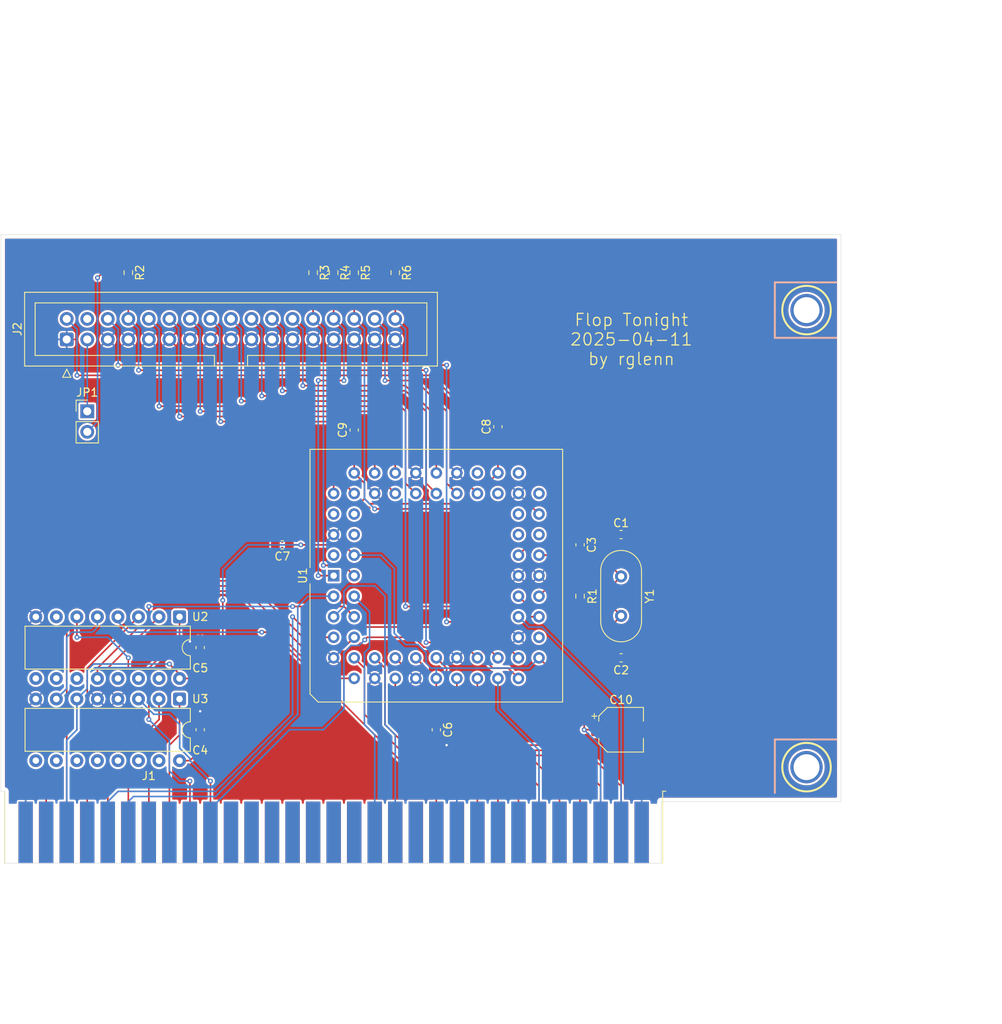
<source format=kicad_pcb>
(kicad_pcb (version 20241229) (generator "pcbnew") (generator_version "9.0")
  (title_block (title "Flop Tonight") (date "2024-08-18") (rev "1") (company "Surreality Labs"))
  (layers (0 "F.Cu" signal) (2 "B.Cu" signal) (13 "F.Paste" user) (15 "B.Paste" user) (5 "F.SilkS" user "F.Silkscreen") (7 "B.SilkS" user "B.Silkscreen") (1 "F.Mask" user) (3 "B.Mask" user) (25 "Edge.Cuts" user))
  (net 0 "")
  (net 1 "Net-(U1-XTAL1{slash}CLK)")
  (net 2 "GND")
  (net 3 "Net-(U1-XTAL2)")
  (net 4 "Net-(U1-HIFIL)")
  (net 5 "Net-(U1-LOFIL)")
  (net 6 "+5V")
  (net 12 "/D0")
  (net 13 "/D3")
  (net 15 "/A2")
  (net 17 "/RESET")
  (net 19 "/A6")
  (net 21 "/D7")
  (net 22 "/A1")
  (net 23 "/A5")
  (net 26 "/~{IOW}")
  (net 27 "/TC")
  (net 29 "/~{IOR}")
  (net 30 "/IRQ6")
  (net 31 "/A3")
  (net 32 "/D2")
  (net 33 "/A9")
  (net 36 "/D4")
  (net 38 "/D1")
  (net 40 "/A8")
  (net 41 "/D6")
  (net 46 "/A7")
  (net 47 "/A4")
  (net 48 "/~{DACK2}")
  (net 59 "/A0")
  (net 60 "/D5")
  (net 61 "/DRQ2")
  (net 63 "/AEN")
  (net 64 "Net-(J2-Pin_22)")
  (net 66 "Net-(J2-Pin_28)")
  (net 67 "Net-(J2-Pin_30)")
  (net 68 "Net-(J2-Pin_6)")
  (net 69 "Net-(J2-Pin_8)")
  (net 70 "Net-(J2-Pin_18)")
  (net 71 "Net-(J2-Pin_3)")
  (net 72 "Net-(J2-Pin_16)")
  (net 73 "Net-(J2-Pin_2)")
  (net 74 "Net-(J2-Pin_32)")
  (net 75 "Net-(J2-Pin_24)")
  (net 76 "Net-(J2-Pin_26)")
  (net 77 "Net-(J2-Pin_14)")
  (net 78 "Net-(J2-Pin_12)")
  (net 79 "Net-(J2-Pin_20)")
  (net 80 "Net-(J2-Pin_34)")
  (net 81 "Net-(J2-Pin_10)")
  (net 88 "/~{FLOPPY_CS}")
  (net 98 "Net-(U2-E2)")
  (footprint "Capacitor_SMD:C_0603_1608Metric_Pad1.08x0.95mm_HandSolder" (layer "F.Cu") (at 144.78 91.44 -90)
    (property "Reference" "C3")
    (property "Value" "4.7n")
  )
  (footprint "Capacitor_SMD:C_0603_1608Metric_Pad1.08x0.95mm_HandSolder" (layer "F.Cu") (at 149.86 105.41)
    (property "Reference" "C2")
    (property "Value" "22p")
  )
  (footprint "Connector_IDC:IDC-Header_2x17_P2.54mm_Vertical" (layer "F.Cu") (at 81.28 66.04 90)
    (property "Reference" "J2")
    (property "Value" "Conn_02x17_Odd_Even")
  )
  (footprint "Resistor_SMD:R_0603_1608Metric_Pad0.98x0.95mm_HandSolder" (layer "F.Cu") (at 116.84 57.785 -90)
    (property "Reference" "R5")
    (property "Value" "1K")
  )
  (footprint "pc-parts:BUS_AT_8BIT" (layer "F.Cu") (at 152.4 127)
    (property "Reference" "J1")
    (property "Value" "Bus_ISA_8bit")
  )
  (footprint "Resistor_SMD:R_0603_1608Metric_Pad0.98x0.95mm_HandSolder" (layer "F.Cu") (at 111.76 57.785 -90)
    (property "Reference" "R3")
    (property "Value" "1K")
  )
  (footprint "Capacitor_SMD:C_0603_1608Metric_Pad1.08x0.95mm_HandSolder" (layer "F.Cu") (at 97.79 104.14 90)
    (property "Reference" "C5")
    (property "Value" "100n")
  )
  (footprint "Resistor_SMD:R_0603_1608Metric_Pad0.98x0.95mm_HandSolder" (layer "F.Cu") (at 114.3 57.785 -90)
    (property "Reference" "R4")
    (property "Value" "1K")
  )
  (footprint "Capacitor_SMD:C_0603_1608Metric_Pad1.08x0.95mm_HandSolder" (layer "F.Cu") (at 97.79 114.3 90)
    (property "Reference" "C4")
    (property "Value" "100n")
  )
  (footprint "pc-parts:PC_BRACKET_ISA_KEYSTONE_9202_Rev1" (layer "F.Cu") (at 152.4 130.81)
    (property "Reference" "BRACKET1" (hide yes))
    (property "Value" "~" (hide yes))
  )
  (footprint "Capacitor_SMD:C_0603_1608Metric_Pad1.08x0.95mm_HandSolder" (layer "F.Cu") (at 127 114.3 -90)
    (property "Reference" "C6")
    (property "Value" "100n")
  )
  (footprint "Resistor_SMD:R_0603_1608Metric_Pad0.98x0.95mm_HandSolder" (layer "F.Cu") (at 121.92 57.785 -90)
    (property "Reference" "R6")
    (property "Value" "1K")
  )
  (footprint "Capacitor_SMD:C_0603_1608Metric_Pad1.08x0.95mm_HandSolder" (layer "F.Cu") (at 149.86 90.17)
    (property "Reference" "C1")
    (property "Value" "22p")
  )
  (footprint "Capacitor_SMD:C_0603_1608Metric_Pad1.08x0.95mm_HandSolder" (layer "F.Cu") (at 134.62 76.835 90)
    (property "Reference" "C8")
    (property "Value" "100n")
  )
  (footprint "Resistor_SMD:R_0603_1608Metric_Pad0.98x0.95mm_HandSolder" (layer "F.Cu") (at 88.9 57.785 -90)
    (property "Reference" "R2")
    (property "Value" "1K")
  )
  (footprint "Crystal:Crystal_HC49-U_Vertical" (layer "F.Cu") (at 149.86 95.34 -90)
    (property "Reference" "Y1")
    (property "Value" "24 MHz")
  )
  (footprint "Resistor_SMD:R_0603_1608Metric_Pad0.98x0.95mm_HandSolder" (layer "F.Cu") (at 144.78 97.79 90)
    (property "Reference" "R1")
    (property "Value" "1M")
  )
  (footprint "Package_DIP:DIP-16_W7.62mm" (layer "F.Cu") (at 95.235 100.34 -90)
    (property "Reference" "U2")
    (property "Value" "74ALS138")
  )
  (footprint "Connector_PinHeader_2.54mm:PinHeader_1x02_P2.54mm_Vertical" (layer "F.Cu") (at 83.82 74.925)
    (property "Reference" "JP1")
    (property "Value" "Jumper_2_Open")
  )
  (footprint "Package_DIP:DIP-16_W7.62mm" (layer "F.Cu") (at 95.235 110.5 -90)
    (property "Reference" "U3")
    (property "Value" "74ALS138")
  )
  (footprint "Capacitor_SMD:C_0603_1608Metric_Pad1.08x0.95mm_HandSolder" (layer "F.Cu") (at 107.95 91.44 180)
    (property "Reference" "C7")
    (property "Value" "100n")
  )
  (footprint "Capacitor_SMD:CP_Elec_5x5.3" (layer "F.Cu") (at 149.86 114.3)
    (property "Reference" "C10")
    (property "Value" "22u")
  )
  (footprint "Capacitor_SMD:C_0603_1608Metric_Pad1.08x0.95mm_HandSolder" (layer "F.Cu") (at 116.84 77.2425 90)
    (property "Reference" "C9")
    (property "Value" "100n")
  )
  (footprint "Package_LCC:PLCC-68_THT-Socket" (layer "F.Cu") (at 114.3 95.25 90)
    (property "Reference" "U1")
    (property "Value" "PC8477BV")
  )
  (gr_line (start 73.6092 121.92) (end 73.152 121.92) (stroke (width 0.05)) (layer "Edge.Cuts"))
  (gr_line (start 152.4 130.81) (end 154.813 130.81) (stroke (width 0.05)) (layer "Edge.Cuts"))
  (gr_line (start 73.6092 130.81) (end 73.6092 121.92) (stroke (width 0.05)) (layer "Edge.Cuts"))
  (gr_line (start 152.4 130.81) (end 73.6092 130.81) (stroke (width 0.05)) (layer "Edge.Cuts"))
  (gr_line (start 73.152 53.086) (end 73.152 121.92) (stroke (width 0.05)) (layer "Edge.Cuts"))
  (gr_line (start 177.054 123.19) (end 177.054 53.086) (stroke (width 0.05)) (layer "Edge.Cuts"))
  (gr_line (start 154.813 130.81) (end 154.813 123.19) (stroke (width 0.05)) (layer "Edge.Cuts"))
  (gr_line (start 154.813 123.19) (end 177.054 123.19) (stroke (width 0.05)) (layer "Edge.Cuts"))
  (gr_line (start 177.054 53.086) (end 73.152 53.086) (stroke (width 0.05)) (layer "Edge.Cuts"))
  (gr_text "Flop Tonight\n2025-04-11\nby rglenn" (at 151.13 66.04 0) (layer "F.SilkS") (effects (font (size 1.5 1.5))))
  (segment (start 148.9975 94.4775) (end 149.86 95.34) (width 0.2) (layer "F.Cu") (net 1))
  (segment (start 148.3225 96.8775) (end 149.86 95.34) (width 0.2) (layer "F.Cu") (net 1))
  (segment (start 144.78 96.8775) (end 148.3225 96.8775) (width 0.2) (layer "F.Cu") (net 1))
  (segment (start 148.9975 90.17) (end 148.9975 94.4775) (width 0.2) (layer "F.Cu") (net 1))
  (segment (start 139.7 97.79) (end 140.6125 96.8775) (width 0.2) (layer "F.Cu") (net 1))
  (segment (start 140.6125 96.8775) (end 144.78 96.8775) (width 0.2) (layer "F.Cu") (net 1))
  (segment (start 96.6205 103.2775) (end 96.52 103.378) (width 0.2) (layer "F.Cu") (net 2))
  (segment (start 97.79 113.4375) (end 97.79 112.014) (width 0.2) (layer "F.Cu") (net 2))
  (segment (start 127 115.1625) (end 127.2275 115.1625) (width 0.2) (layer "F.Cu") (net 2))
  (segment (start 127.2275 115.1625) (end 128.27 116.205) (width 0.2) (layer "F.Cu") (net 2))
  (segment (start 97.79 103.2775) (end 96.6205 103.2775) (width 0.2) (layer "F.Cu") (net 2))
  (via (at 96.52 103.378) (size 0.6) (drill 0.3) (layers "F.Cu" "B.Cu") (net 2))
  (via (at 128.27 116.205) (size 0.6) (drill 0.3) (layers "F.Cu" "B.Cu") (net 2))
  (via (at 97.79 112.014) (size 0.6) (drill 0.3) (layers "F.Cu" "B.Cu") (net 2))
  (segment (start 144.4225 99.06) (end 144.78 98.7025) (width 0.2) (layer "F.Cu") (net 3))
  (segment (start 148.3425 98.7025) (end 149.86 100.22) (width 0.2) (layer "F.Cu") (net 3))
  (segment (start 137.16 97.79) (end 138.43 99.06) (width 0.2) (layer "F.Cu") (net 3))
  (segment (start 148.9975 105.41) (end 148.9975 101.0825) (width 0.2) (layer "F.Cu") (net 3))
  (segment (start 138.43 99.06) (end 144.4225 99.06) (width 0.2) (layer "F.Cu") (net 3))
  (segment (start 148.9975 101.0825) (end 149.86 100.22) (width 0.2) (layer "F.Cu") (net 3))
  (segment (start 144.78 98.7025) (end 148.3425 98.7025) (width 0.2) (layer "F.Cu") (net 3))
  (segment (start 137.16 92.71) (end 138.43 91.44) (width 0.2) (layer "F.Cu") (net 4))
  (segment (start 138.43 91.44) (end 142.24 91.44) (width 0.2) (layer "F.Cu") (net 4))
  (segment (start 142.24 91.44) (end 143.1025 90.5775) (width 0.2) (layer "F.Cu") (net 4))
  (segment (start 143.1025 90.5775) (end 144.78 90.5775) (width 0.2) (layer "F.Cu") (net 4))
  (segment (start 142.6475 92.3025) (end 142.24 92.71) (width 0.2) (layer "F.Cu") (net 5))
  (segment (start 144.78 92.3025) (end 142.6475 92.3025) (width 0.2) (layer "F.Cu") (net 5))
  (segment (start 142.24 92.71) (end 139.7 92.71) (width 0.2) (layer "F.Cu") (net 5))
  (segment (start 97.79 116.84) (end 96.51 118.12) (width 0.2) (layer "F.Cu") (net 6))
  (segment (start 145.288 114.3) (end 147.66 114.3) (width 0.2) (layer "F.Cu") (net 6))
  (segment (start 93.98 106.172) (end 95.235 107.427) (width 0.2) (layer "F.Cu") (net 6))
  (segment (start 116.84 56.8725) (end 114.3 56.8725) (width 0.2) (layer "F.Cu") (net 6))
  (segment (start 127 107.95) (end 127 113.4375) (width 0.2) (layer "F.Cu") (net 6))
  (segment (start 96.51 118.12) (end 95.235 118.12) (width 0.2) (layer "F.Cu") (net 6))
  (segment (start 97.79 105.0025) (end 99.8485 105.0025) (width 0.2) (layer "F.Cu") (net 6))
  (segment (start 97.79 106.68) (end 96.52 107.95) (width 0.2) (layer "F.Cu") (net 6))
  (segment (start 97.79 105.0025) (end 97.79 106.68) (width 0.2) (layer "F.Cu") (net 6))
  (segment (start 121.92 56.8725) (end 116.84 56.8725) (width 0.2) (layer "F.Cu") (net 6))
  (segment (start 97.79 115.1625) (end 97.79 116.84) (width 0.2) (layer "F.Cu") (net 6))
  (segment (start 134.62 82.55) (end 134.62 77.6975) (width 0.2) (layer "F.Cu") (net 6))
  (segment (start 95.235 107.427) (end 95.235 107.96) (width 0.2) (layer "F.Cu") (net 6))
  (segment (start 133.477 58.928) (end 133.477 77.47) (width 0.2) (layer "F.Cu") (net 6))
  (segment (start 96.52 114.935) (end 96.52 107.95) (width 0.2) (layer "F.Cu") (net 6))
  (segment (start 132.715 86.36) (end 118.745 86.36) (width 0.2) (layer "F.Cu") (net 6))
  (segment (start 114.3 56.8725) (end 111.76 56.8725) (width 0.2) (layer "F.Cu") (net 6))
  (segment (start 116.84 82.55) (end 116.84 78.105) (width 0.2) (layer "F.Cu") (net 6))
  (segment (start 118.11 83.82) (end 116.84 82.55) (width 0.2) (layer "F.Cu") (net 6))
  (segment (start 118.745 86.36) (end 118.11 85.725) (width 0.2) (layer "F.Cu") (net 6))
  (segment (start 133.477 77.47) (end 133.731 77.724) (width 0.2) (layer "F.Cu") (net 6))
  (segment (start 131.4215 56.8725) (end 133.477 58.928) (width 0.2) (layer "F.Cu") (net 6))
  (segment (start 99.8485 105.0025) (end 100.584 104.267) (width 0.2) (layer "F.Cu") (net 6))
  (segment (start 133.7575 77.6975) (end 134.62 77.6975) (width 0.2) (layer "F.Cu") (net 6))
  (segment (start 118.11 85.725) (end 118.11 83.82) (width 0.2) (layer "F.Cu") (net 6))
  (segment (start 117.475 86.36) (end 118.11 85.725) (width 0.2) (layer "F.Cu") (net 6))
  (segment (start 121.92 56.8725) (end 131.4215 56.8725) (width 0.2) (layer "F.Cu") (net 6))
  (segment (start 96.51 107.96) (end 95.235 107.96) (width 0.2) (layer "F.Cu") (net 6))
  (segment (start 96.7475 115.1625) (end 96.52 114.935) (width 0.2) (layer "F.Cu") (net 6))
  (segment (start 134.62 82.55) (end 133.35 83.82) (width 0.2) (layer "F.Cu") (net 6))
  (segment (start 145.288 110.998) (end 139.7 105.41) (width 0.2) (layer "F.Cu") (net 6))
  (segment (start 133.731 77.724) (end 133.7575 77.6975) (width 0.2) (layer "F.Cu") (net 6))
  (segment (start 115.57 86.995) (end 116.205 86.36) (width 0.2) (layer "F.Cu") (net 6))
  (segment (start 145.288 114.3) (end 145.288 110.998) (width 0.2) (layer "F.Cu") (net 6))
  (segment (start 133.35 85.725) (end 132.715 86.36) (width 0.2) (layer "F.Cu") (net 6))
  (segment (start 110.236 91.44) (end 115.57 91.44) (width 0.2) (layer "F.Cu") (net 6))
  (segment (start 100.584 104.267) (end 100.584 98.298) (width 0.2) (layer "F.Cu") (net 6))
  (segment (start 96.52 107.95) (end 96.51 107.96) (width 0.2) (layer "F.Cu") (net 6))
  (segment (start 133.35 83.82) (end 133.35 85.725) (width 0.2) (layer "F.Cu") (net 6))
  (segment (start 111.76 56.8725) (end 88.9 56.8725) (width 0.2) (layer "F.Cu") (net 6))
  (segment (start 115.57 91.44) (end 116.84 92.71) (width 0.2) (layer "F.Cu") (net 6))
  (segment (start 88.9 56.8725) (end 86.6375 56.8725) (width 0.2) (layer "F.Cu") (net 6))
  (segment (start 116.205 86.36) (end 117.475 86.36) (width 0.2) (layer "F.Cu") (net 6))
  (segment (start 108.8125 91.44) (end 110.236 91.44) (width 0.2) (layer "F.Cu") (net 6))
  (segment (start 115.57 91.44) (end 115.57 86.995) (width 0.2) (layer "F.Cu") (net 6))
  (segment (start 86.6375 56.8725) (end 85.09 58.42) (width 0.2) (layer "F.Cu") (net 6))
  (segment (start 97.79 115.1625) (end 96.7475 115.1625) (width 0.2) (layer "F.Cu") (net 6))
  (via (at 93.98 106.172) (size 0.6) (drill 0.3) (layers "F.Cu" "B.Cu") (net 6))
  (via (at 85.09 58.42) (size 0.6) (drill 0.3) (layers "F.Cu" "B.Cu") (net 6))
  (via (at 110.236 91.44) (size 0.6) (drill 0.3) (layers "F.Cu" "B.Cu") (net 6))
  (via (at 145.288 114.3) (size 0.6) (drill 0.3) (layers "F.Cu" "B.Cu") (net 6))
  (via (at 100.584 98.298) (size 0.6) (drill 0.3) (layers "F.Cu" "B.Cu") (net 6))
  (segment (start 100.584 94.488) (end 103.632 91.44) (width 0.2) (layer "B.Cu") (net 6))
  (segment (start 83.82 106.934) (end 83.82 108.204) (width 0.2) (layer "B.Cu") (net 6))
  (segment (start 123.19 103.759) (end 124.714 103.759) (width 0.2) (layer "B.Cu") (net 6))
  (segment (start 147.32 127) (end 147.32 116.332) (width 0.2) (layer "B.Cu") (net 6))
  (segment (start 125.73 106.045) (end 126.365 106.68) (width 0.2) (layer "B.Cu") (net 6))
  (segment (start 120.142 92.71) (end 121.793 94.361) (width 0.2) (layer "B.Cu") (net 6))
  (segment (start 121.793 102.362) (end 123.19 103.759) (width 0.2) (layer "B.Cu") (net 6))
  (segment (start 121.793 94.361) (end 121.793 102.362) (width 0.2) (layer "B.Cu") (net 6))
  (segment (start 83.815 108.209) (end 83.815 109.22) (width 0.2) (layer "B.Cu") (net 6))
  (segment (start 100.584 98.298) (end 100.584 94.488) (width 0.2) (layer "B.Cu") (net 6))
  (segment (start 138.43 106.68) (end 139.7 105.41) (width 0.2) (layer "B.Cu") (net 6))
  (segment (start 84.582 106.172) (end 83.82 106.934) (width 0.2) (layer "B.Cu") (net 6))
  (segment (start 116.84 92.71) (end 120.142 92.71) (width 0.2) (layer "B.Cu") (net 6))
  (segment (start 83.82 108.204) (end 83.815 108.209) (width 0.2) (layer "B.Cu") (net 6))
  (segment (start 93.98 106.172) (end 84.582 106.172) (width 0.2) (layer "B.Cu") (net 6))
  (segment (start 82.535 114.285) (end 82.535 110.5) (width 0.2) (layer "B.Cu") (net 6))
  (segment (start 125.73 104.775) (end 125.73 106.045) (width 0.2) (layer "B.Cu") (net 6))
  (segment (start 124.714 103.759) (end 125.73 104.775) (width 0.2) (layer "B.Cu") (net 6))
  (segment (start 85.09 58.42) (end 85.09 76.195) (width 0.2) (layer "B.Cu") (net 6))
  (segment (start 127 106.68) (end 128.27 106.68) (width 0.2) (layer "B.Cu") (net 6))
  (segment (start 83.815 109.22) (end 82.535 110.5) (width 0.2) (layer "B.Cu") (net 6))
  (segment (start 126.365 106.68) (end 128.27 106.68) (width 0.2) (layer "B.Cu") (net 6))
  (segment (start 147.32 116.332) (end 145.288 114.3) (width 0.2) (layer "B.Cu") (net 6))
  (segment (start 128.27 106.68) (end 138.43 106.68) (width 0.2) (layer "B.Cu") (net 6))
  (segment (start 103.632 91.44) (end 110.236 91.44) (width 0.2) (layer "B.Cu") (net 6))
  (segment (start 127 107.95) (end 127 106.68) (width 0.2) (layer "B.Cu") (net 6))
  (segment (start 81.28 127) (end 81.28 115.57) (width 0.2) (layer "B.Cu") (net 6))
  (segment (start 85.09 76.195) (end 83.82 77.465) (width 0.2) (layer "B.Cu") (net 6))
  (segment (start 82.55 114.3) (end 82.535 114.285) (width 0.2) (layer "B.Cu") (net 6))
  (segment (start 81.28 115.57) (end 82.55 114.3) (width 0.2) (layer "B.Cu") (net 6))
  (segment (start 118.11 106.68) (end 118.11 112.395) (width 0.2) (layer "F.Cu") (net 12))
  (segment (start 116.84 105.41) (end 118.11 106.68) (width 0.2) (layer "F.Cu") (net 12))
  (segment (start 126.365 120.65) (end 131.445 120.65) (width 0.2) (layer "F.Cu") (net 12))
  (segment (start 118.11 112.395) (end 126.365 120.65) (width 0.2) (layer "F.Cu") (net 12))
  (segment (start 131.445 120.65) (end 132.08 121.285) (width 0.2) (layer "F.Cu") (net 12))
  (segment (start 132.08 121.285) (end 132.08 127) (width 0.2) (layer "F.Cu") (net 12))
  (segment (start 137.16 118.745) (end 139.7 121.285) (width 0.2) (layer "F.Cu") (net 13))
  (segment (start 139.7 121.285) (end 139.7 127) (width 0.2) (layer "F.Cu") (net 13))
  (segment (start 121.92 105.41) (end 123.19 106.68) (width 0.2) (layer "F.Cu") (net 13))
  (segment (start 128.27 118.745) (end 137.16 118.745) (width 0.2) (layer "F.Cu") (net 13))
  (segment (start 123.19 106.68) (end 123.19 113.665) (width 0.2) (layer "F.Cu") (net 13))
  (segment (start 123.19 113.665) (end 128.27 118.745) (width 0.2) (layer "F.Cu") (net 13))
  (segment (start 81.28 127) (end 81.28 99.06) (width 0.2) (layer "F.Cu") (net 15))
  (segment (start 83.185 97.155) (end 102.235 97.155) (width 0.2) (layer "F.Cu") (net 15))
  (segment (start 102.235 97.155) (end 113.03 107.95) (width 0.2) (layer "F.Cu") (net 15))
  (segment (start 81.28 99.06) (end 83.185 97.155) (width 0.2) (layer "F.Cu") (net 15))
  (segment (start 113.03 107.95) (end 116.84 107.95) (width 0.2) (layer "F.Cu") (net 15))
  (segment (start 149.86 127) (end 149.86 111.379) (width 0.2) (layer "B.Cu") (net 17))
  (segment (start 138.43 101.6) (end 137.16 100.33) (width 0.2) (layer "B.Cu") (net 17))
  (segment (start 149.86 111.379) (end 140.081 101.6) (width 0.2) (layer "B.Cu") (net 17))
  (segment (start 140.081 101.6) (end 138.43 101.6) (width 0.2) (layer "B.Cu") (net 17))
  (segment (start 91.44 127) (end 91.44 114.3) (width 0.2) (layer "F.Cu") (net 19))
  (segment (start 92.71 111.76) (end 92.695 111.745) (width 0.2) (layer "F.Cu") (net 19))
  (segment (start 92.71 113.03) (end 92.71 111.76) (width 0.2) (layer "F.Cu") (net 19))
  (segment (start 91.44 114.3) (end 92.71 113.03) (width 0.2) (layer "F.Cu") (net 19))
  (segment (start 92.695 111.745) (end 92.695 110.5) (width 0.2) (layer "F.Cu") (net 19))
  (segment (start 149.86 121.285) (end 149.86 127) (width 0.2) (layer "F.Cu") (net 21))
  (segment (start 132.08 113.665) (end 134.62 116.205) (width 0.2) (layer "F.Cu") (net 21))
  (segment (start 134.62 116.205) (end 144.78 116.205) (width 0.2) (layer "F.Cu") (net 21))
  (segment (start 144.78 116.205) (end 149.86 121.285) (width 0.2) (layer "F.Cu") (net 21))
  (segment (start 132.08 107.95) (end 132.08 113.665) (width 0.2) (layer "F.Cu") (net 21))
  (segment (start 115.57 104.14) (end 116.84 102.87) (width 0.2) (layer "F.Cu") (net 22))
  (segment (start 110.49 104.14) (end 115.57 104.14) (width 0.2) (layer "F.Cu") (net 22))
  (segment (start 81.28 96.52) (end 102.87 96.52) (width 0.2) (layer "F.Cu") (net 22))
  (segment (start 78.74 127) (end 78.74 99.06) (width 0.2) (layer "F.Cu") (net 22))
  (segment (start 102.87 96.52) (end 110.49 104.14) (width 0.2) (layer "F.Cu") (net 22))
  (segment (start 78.74 99.06) (end 81.28 96.52) (width 0.2) (layer "F.Cu") (net 22))
  (segment (start 82.55 102.87) (end 82.535 102.855) (width 0.2) (layer "F.Cu") (net 23))
  (segment (start 82.535 102.855) (end 82.535 100.34) (width 0.2) (layer "F.Cu") (net 23))
  (segment (start 88.9 105.41) (end 88.9 127) (width 0.2) (layer "F.Cu") (net 23))
  (via (at 88.9 105.41) (size 0.6) (drill 0.3) (layers "F.Cu" "B.Cu") (net 23))
  (via (at 82.55 102.87) (size 0.6) (drill 0.3) (layers "F.Cu" "B.Cu") (net 23))
  (segment (start 86.36 102.87) (end 82.55 102.87) (width 0.2) (layer "B.Cu") (net 23))
  (segment (start 88.9 105.41) (end 86.36 102.87) (width 0.2) (layer "B.Cu") (net 23))
  (segment (start 120.65 113.665) (end 120.65 97.79) (width 0.2) (layer "B.Cu") (net 26))
  (segment (start 121.92 127) (end 121.92 114.935) (width 0.2) (layer "B.Cu") (net 26))
  (segment (start 115.57 97.155) (end 115.57 99.06) (width 0.2) (layer "B.Cu") (net 26))
  (segment (start 121.92 114.935) (end 120.65 113.665) (width 0.2) (layer "B.Cu") (net 26))
  (segment (start 120.65 97.79) (end 119.38 96.52) (width 0.2) (layer "B.Cu") (net 26))
  (segment (start 115.57 99.06) (end 114.3 100.33) (width 0.2) (layer "B.Cu") (net 26))
  (segment (start 116.205 96.52) (end 115.57 97.155) (width 0.2) (layer "B.Cu") (net 26))
  (segment (start 119.38 96.52) (end 116.205 96.52) (width 0.2) (layer "B.Cu") (net 26))
  (segment (start 109.22 100.33) (end 110.49 101.6) (width 0.2) (layer "F.Cu") (net 27))
  (segment (start 130.81 101.6) (end 134.62 105.41) (width 0.2) (layer "F.Cu") (net 27))
  (segment (start 110.49 101.6) (end 130.81 101.6) (width 0.2) (layer "F.Cu") (net 27))
  (via (at 109.22 100.33) (size 0.6) (drill 0.3) (layers "F.Cu" "B.Cu") (net 27))
  (segment (start 99.695 121.92) (end 102.87 118.745) (width 0.2) (layer "B.Cu") (net 27))
  (segment (start 86.36 123.19) (end 87.63 121.92) (width 0.2) (layer "B.Cu") (net 27))
  (segment (start 102.87 118.745) (end 109.22 112.395) (width 0.2) (layer "B.Cu") (net 27))
  (segment (start 87.63 121.92) (end 99.695 121.92) (width 0.2) (layer "B.Cu") (net 27))
  (segment (start 86.36 127) (end 86.36 123.19) (width 0.2) (layer "B.Cu") (net 27))
  (segment (start 109.22 112.395) (end 109.22 100.33) (width 0.2) (layer "B.Cu") (net 27))
  (segment (start 118.11 113.665) (end 118.11 104.775) (width 0.2) (layer "B.Cu") (net 29))
  (segment (start 119.38 127) (end 119.38 114.935) (width 0.2) (layer "B.Cu") (net 29))
  (segment (start 119.38 114.935) (end 118.11 113.665) (width 0.2) (layer "B.Cu") (net 29))
  (segment (start 118.745 99.695) (end 116.84 97.79) (width 0.2) (layer "B.Cu") (net 29))
  (segment (start 118.745 104.14) (end 118.745 99.695) (width 0.2) (layer "B.Cu") (net 29))
  (segment (start 118.11 104.775) (end 118.745 104.14) (width 0.2) (layer "B.Cu") (net 29))
  (segment (start 118.145 103.1875) (end 118.4625 102.87) (width 0.2) (layer "F.Cu") (net 30))
  (segment (start 124.246471 102.87) (end 125.481471 104.105) (width 0.2) (layer "F.Cu") (net 30))
  (segment (start 125.481471 104.105) (end 130.775 104.105) (width 0.2) (layer "F.Cu") (net 30))
  (segment (start 130.775 104.105) (end 132.08 105.41) (width 0.2) (layer "F.Cu") (net 30))
  (segment (start 118.4625 102.87) (end 124.246471 102.87) (width 0.2) (layer "F.Cu") (net 30))
  (via (at 118.145 103.1875) (size 0.6) (drill 0.3) (layers "F.Cu" "B.Cu") (net 30))
  (segment (start 117.4513 103.8812) (end 116.4638 103.8812) (width 0.2) (layer "B.Cu") (net 30))
  (segment (start 116.4638 103.8812) (end 115.57 104.775) (width 0.2) (layer "B.Cu") (net 30))
  (segment (start 118.145 103.1875) (end 117.4513 103.8812) (width 0.2) (layer "B.Cu") (net 30))
  (segment (start 99.06 124.08) (end 99.06 127) (width 0.2) (layer "B.Cu") (net 30))
  (segment (start 113.03 114.3) (end 108.84 114.3) (width 0.2) (layer "B.Cu") (net 30))
  (segment (start 108.84 114.3) (end 99.06 124.08) (width 0.2) (layer "B.Cu") (net 30))
  (segment (start 115.57 104.775) (end 115.57 111.76) (width 0.2) (layer "B.Cu") (net 30))
  (segment (start 115.57 111.76) (end 113.03 114.3) (width 0.2) (layer "B.Cu") (net 30))
  (segment (start 83.82 127) (end 83.82 106.68) (width 0.2) (layer "F.Cu") (net 31))
  (segment (start 90.155 100.345) (end 90.155 100.34) (width 0.2) (layer "F.Cu") (net 31))
  (segment (start 83.82 106.68) (end 90.155 100.345) (width 0.2) (layer "F.Cu") (net 31))
  (segment (start 137.16 121.285) (end 137.16 127) (width 0.2) (layer "F.Cu") (net 32))
  (segment (start 127.635 119.38) (end 135.255 119.38) (width 0.2) (layer "F.Cu") (net 32))
  (segment (start 135.255 119.38) (end 137.16 121.285) (width 0.2) (layer "F.Cu") (net 32))
  (segment (start 121.92 107.95) (end 121.92 113.665) (width 0.2) (layer "F.Cu") (net 32))
  (segment (start 121.92 113.665) (end 127.635 119.38) (width 0.2) (layer "F.Cu") (net 32))
  (segment (start 99.06 127) (end 99.06 120.65) (width 0.2) (layer "F.Cu") (net 33))
  (via (at 99.06 120.65) (size 0.6) (drill 0.3) (layers "F.Cu" "B.Cu") (net 33))
  (segment (start 95.25 113.665) (end 93.98 112.395) (width 0.2) (layer "B.Cu") (net 33))
  (segment (start 96.52 117.849365) (end 95.25 116.579365) (width 0.2) (layer "B.Cu") (net 33))
  (segment (start 95.25 113.665) (end 95.25 116.579365) (width 0.2) (layer "B.Cu") (net 33))
  (segment (start 93.98 112.395) (end 92.05 112.395) (width 0.2) (layer "B.Cu") (net 33))
  (segment (start 96.52 118.11) (end 96.52 117.849365) (width 0.2) (layer "B.Cu") (net 33))
  (segment (start 99.06 120.65) (end 96.52 118.11) (width 0.2) (layer "B.Cu") (net 33))
  (segment (start 92.05 112.395) (end 90.155 110.5) (width 0.2) (layer "B.Cu") (net 33))
  (segment (start 125.73 115.196722) (end 128.643278 118.11) (width 0.2) (layer "F.Cu") (net 36))
  (segment (start 139.065 118.11) (end 142.24 121.285) (width 0.2) (layer "F.Cu") (net 36))
  (segment (start 125.73 106.68) (end 125.73 115.196722) (width 0.2) (layer "F.Cu") (net 36))
  (segment (start 124.46 105.41) (end 125.73 106.68) (width 0.2) (layer "F.Cu") (net 36))
  (segment (start 142.24 121.285) (end 142.24 127) (width 0.2) (layer "F.Cu") (net 36))
  (segment (start 128.643278 118.11) (end 139.065 118.11) (width 0.2) (layer "F.Cu") (net 36))
  (segment (start 119.38 105.41) (end 120.65 106.68) (width 0.2) (layer "F.Cu") (net 38))
  (segment (start 134.62 121.285) (end 134.62 127) (width 0.2) (layer "F.Cu") (net 38))
  (segment (start 120.65 106.68) (end 120.65 113.665) (width 0.2) (layer "F.Cu") (net 38))
  (segment (start 133.35 120.015) (end 134.62 121.285) (width 0.2) (layer "F.Cu") (net 38))
  (segment (start 127 120.015) (end 133.35 120.015) (width 0.2) (layer "F.Cu") (net 38))
  (segment (start 120.65 113.665) (end 127 120.015) (width 0.2) (layer "F.Cu") (net 38))
  (segment (start 91.44 106.68) (end 95.235 102.885) (width 0.2) (layer "F.Cu") (net 40))
  (segment (start 95.235 102.885) (end 95.235 100.34) (width 0.2) (layer "F.Cu") (net 40))
  (segment (start 96.52 120.65) (end 96.52 127) (width 0.2) (layer "F.Cu") (net 40))
  (segment (start 91.44 113.03) (end 91.44 106.68) (width 0.2) (layer "F.Cu") (net 40))
  (via (at 96.52 120.65) (size 0.6) (drill 0.3) (layers "F.Cu" "B.Cu") (net 40))
  (via (at 91.44 113.03) (size 0.6) (drill 0.3) (layers "F.Cu" "B.Cu") (net 40))
  (segment (start 93.98 115.57) (end 93.98 119.38) (width 0.2) (layer "B.Cu") (net 40))
  (segment (start 95.25 120.65) (end 96.52 120.65) (width 0.2) (layer "B.Cu") (net 40))
  (segment (start 91.44 113.03) (end 93.98 115.57) (width 0.2) (layer "B.Cu") (net 40))
  (segment (start 93.98 119.38) (end 95.25 120.65) (width 0.2) (layer "B.Cu") (net 40))
  (segment (start 142.875 116.84) (end 147.32 121.285) (width 0.2) (layer "F.Cu") (net 41))
  (segment (start 129.54 107.95) (end 129.54 113.665) (width 0.2) (layer "F.Cu") (net 41))
  (segment (start 147.32 121.285) (end 147.32 127) (width 0.2) (layer "F.Cu") (net 41))
  (segment (start 132.715 116.84) (end 142.875 116.84) (width 0.2) (layer "F.Cu") (net 41))
  (segment (start 129.54 113.665) (end 132.715 116.84) (width 0.2) (layer "F.Cu") (net 41))
  (segment (start 93.98 116.205) (end 95.235 114.95) (width 0.2) (layer "F.Cu") (net 46))
  (segment (start 93.98 127) (end 93.98 116.205) (width 0.2) (layer "F.Cu") (net 46))
  (segment (start 95.235 114.95) (end 95.235 110.5) (width 0.2) (layer "F.Cu") (net 46))
  (segment (start 92.695 100.345) (end 92.695 100.34) (width 0.2) (layer "F.Cu") (net 47))
  (segment (start 86.36 106.68) (end 92.695 100.345) (width 0.2) (layer "F.Cu") (net 47))
  (segment (start 86.36 127) (end 86.36 106.68) (width 0.2) (layer "F.Cu") (net 47))
  (segment (start 111.125 97.79) (end 109.855 99.06) (width 0.2) (layer "B.Cu") (net 48))
  (segment (start 99.695 122.555) (end 89.535 122.555) (width 0.2) (layer "B.Cu") (net 48))
  (segment (start 109.855 112.395) (end 99.695 122.555) (width 0.2) (layer "B.Cu") (net 48))
  (segment (start 114.3 97.79) (end 111.125 97.79) (width 0.2) (layer "B.Cu") (net 48))
  (segment (start 88.9 123.19) (end 88.9 127) (width 0.2) (layer "B.Cu") (net 48))
  (segment (start 89.535 122.555) (end 88.9 123.19) (width 0.2) (layer "B.Cu") (net 48))
  (segment (start 109.855 99.06) (end 109.855 112.395) (width 0.2) (layer "B.Cu") (net 48))
  (segment (start 110.49 102.87) (end 114.3 102.87) (width 0.2) (layer "F.Cu") (net 59))
  (segment (start 79.375 95.885) (end 103.505 95.885) (width 0.2) (layer "F.Cu") (net 59))
  (segment (start 76.2 127) (end 76.2 99.06) (width 0.2) (layer "F.Cu") (net 59))
  (segment (start 76.2 99.06) (end 79.375 95.885) (width 0.2) (layer "F.Cu") (net 59))
  (segment (start 103.505 95.885) (end 110.49 102.87) (width 0.2) (layer "F.Cu") (net 59))
  (segment (start 132.08 117.475) (end 140.97 117.475) (width 0.2) (layer "F.Cu") (net 60))
  (segment (start 144.78 121.285) (end 144.78 127) (width 0.2) (layer "F.Cu") (net 60))
  (segment (start 128.27 113.665) (end 132.08 117.475) (width 0.2) (layer "F.Cu") (net 60))
  (segment (start 128.27 106.68) (end 128.27 113.665) (width 0.2) (layer "F.Cu") (net 60))
  (segment (start 140.97 117.475) (end 144.78 121.285) (width 0.2) (layer "F.Cu") (net 60))
  (segment (start 127 105.41) (end 128.27 106.68) (width 0.2) (layer "F.Cu") (net 60))
  (segment (start 134.62 111.76) (end 134.62 107.95) (width 0.2) (layer "B.Cu") (net 61))
  (segment (start 139.7 127) (end 139.7 116.84) (width 0.2) (layer "B.Cu") (net 61))
  (segment (start 139.7 116.84) (end 134.62 111.76) (width 0.2) (layer "B.Cu") (net 61))
  (segment (start 106.68 102.235) (end 127 122.555) (width 0.2) (layer "F.Cu") (net 63))
  (segment (start 105.41 102.235) (end 106.68 102.235) (width 0.2) (layer "F.Cu") (net 63))
  (segment (start 127 122.555) (end 127 127) (width 0.2) (layer "F.Cu") (net 63))
  (via (at 105.41 102.235) (size 0.6) (drill 0.3) (layers "F.Cu" "B.Cu") (net 63))
  (segment (start 88.9 102.235) (end 87.615 100.95) (width 0.2) (layer "B.Cu") (net 63))
  (segment (start 87.615 100.95) (end 87.615 100.34) (width 0.2) (layer "B.Cu") (net 63))
  (segment (start 105.41 102.235) (end 88.9 102.235) (width 0.2) (layer "B.Cu") (net 63))
  (segment (start 125.73 74.93) (end 123.19 72.39) (width 0.2) (layer "F.Cu") (net 64))
  (segment (start 125.73 80.01) (end 125.73 74.93) (width 0.2) (layer "F.Cu") (net 64))
  (segment (start 127 85.09) (end 125.73 83.82) (width 0.2) (layer "F.Cu") (net 64))
  (segment (start 125.73 83.82) (end 125.73 80.01) (width 0.2) (layer "F.Cu") (net 64))
  (segment (start 123.19 72.39) (end 107.95 72.39) (width 0.2) (layer "F.Cu") (net 64))
  (via (at 107.95 72.39) (size 0.6) (drill 0.3) (layers "F.Cu" "B.Cu") (net 64))
  (segment (start 107.95 72.39) (end 107.95 64.77) (width 0.2) (layer "B.Cu") (net 64))
  (segment (start 107.95 64.77) (end 106.68 63.5) (width 0.2) (layer "B.Cu") (net 64))
  (segment (start 112.395 71.12) (end 115.57 71.12) (width 0.2) (layer "F.Cu") (net 66))
  (segment (start 114.3 95.25) (end 112.395 95.25) (width 0.2) (layer "F.Cu") (net 66))
  (segment (start 114.3 58.6975) (end 114.3 63.5) (width 0.2) (layer "F.Cu") (net 66))
  (via (at 112.395 71.12) (size 0.6) (drill 0.3) (layers "F.Cu" "B.Cu") (net 66))
  (via (at 112.395 95.25) (size 0.6) (drill 0.3) (layers "F.Cu" "B.Cu") (net 66))
  (via (at 115.57 71.12) (size 0.6) (drill 0.3) (layers "F.Cu" "B.Cu") (net 66))
  (segment (start 115.57 71.12) (end 115.57 64.77) (width 0.2) (layer "B.Cu") (net 66))
  (segment (start 112.395 95.25) (end 112.395 71.12) (width 0.2) (layer "B.Cu") (net 66))
  (segment (start 115.57 64.77) (end 114.3 63.5) (width 0.2) (layer "B.Cu") (net 66))
  (segment (start 138.43 86.36) (end 139.7 87.63) (width 0.2) (layer "F.Cu") (net 67))
  (segment (start 135.89 86.995) (end 136.525 86.36) (width 0.2) (layer "F.Cu") (net 67))
  (segment (start 119.38 86.995) (end 135.89 86.995) (width 0.2) (layer "F.Cu") (net 67))
  (segment (start 116.84 58.6975) (end 116.84 63.5) (width 0.2) (layer "F.Cu") (net 67))
  (segment (start 136.525 86.36) (end 138.43 86.36) (width 0.2) (layer "F.Cu") (net 67))
  (via (at 119.38 86.995) (size 0.6) (drill 0.3) (layers "F.Cu" "B.Cu") (net 67))
  (segment (start 119.38 86.995) (end 118.11 85.725) (width 0.2) (layer "B.Cu") (net 67))
  (segment (start 118.11 85.725) (end 118.11 64.77) (width 0.2) (layer "B.Cu") (net 67))
  (segment (start 118.11 64.77) (end 116.84 63.5) (width 0.2) (layer "B.Cu") (net 67))
  (segment (start 87.63 69.215) (end 128.27 69.215) (width 0.2) (layer "F.Cu") (net 68))
  (segment (start 132.715 100.965) (end 137.16 105.41) (width 0.2) (layer "F.Cu") (net 68))
  (segment (start 128.27 100.965) (end 132.715 100.965) (width 0.2) (layer "F.Cu") (net 68))
  (via (at 128.27 100.965) (size 0.6) (drill 0.3) (layers "F.Cu" "B.Cu") (net 68))
  (via (at 87.63 69.215) (size 0.6) (drill 0.3) (layers "F.Cu" "B.Cu") (net 68))
  (via (at 128.27 69.215) (size 0.6) (drill 0.3) (layers "F.Cu" "B.Cu") (net 68))
  (segment (start 86.36 63.5) (end 87.63 64.77) (width 0.2) (layer "B.Cu") (net 68))
  (segment (start 128.27 69.215) (end 128.27 100.965) (width 0.2) (layer "B.Cu") (net 68))
  (segment (start 87.63 64.77) (end 87.63 69.215) (width 0.2) (layer "B.Cu") (net 68))
  (segment (start 90.17 69.85) (end 125.73 69.85) (width 0.2) (layer "F.Cu") (net 69))
  (segment (start 135.89 106.68) (end 137.16 107.95) (width 0.2) (layer "F.Cu") (net 69))
  (segment (start 125.73 103.505) (end 131.605053 103.505) (width 0.2) (layer "F.Cu") (net 69))
  (segment (start 133.35 106.045) (end 133.985 106.68) (width 0.2) (layer "F.Cu") (net 69))
  (segment (start 88.9 58.6975) (end 88.9 63.5) (width 0.2) (layer "F.Cu") (net 69))
  (segment (start 133.35 105.249947) (end 133.35 106.045) (width 0.2) (layer "F.Cu") (net 69))
  (segment (start 133.985 106.68) (end 135.89 106.68) (width 0.2) (layer "F.Cu") (net 69))
  (segment (start 131.605053 103.505) (end 133.35 105.249947) (width 0.2) (layer "F.Cu") (net 69))
  (via (at 125.73 69.85) (size 0.6) (drill 0.3) (layers "F.Cu" "B.Cu") (net 69))
  (via (at 125.73 103.505) (size 0.6) (drill 0.3) (layers "F.Cu" "B.Cu") (net 69))
  (via (at 90.17 69.85) (size 0.6) (drill 0.3) (layers "F.Cu" "B.Cu") (net 69))
  (segment (start 88.9 63.5) (end 90.17 64.77) (width 0.2) (layer "B.Cu") (net 69))
  (segment (start 125.73 69.85) (end 125.73 103.505) (width 0.2) (layer "B.Cu") (net 69))
  (segment (start 90.17 64.77) (end 90.17 69.85) (width 0.2) (layer "B.Cu") (net 69))
  (segment (start 120.65 73.66) (end 102.87 73.66) (width 0.2) (layer "F.Cu") (net 70))
  (segment (start 121.92 82.55) (end 121.92 74.93) (width 0.2) (layer "F.Cu") (net 70))
  (segment (start 121.92 74.93) (end 120.65 73.66) (width 0.2) (layer "F.Cu") (net 70))
  (via (at 102.87 73.66) (size 0.6) (drill 0.3) (layers "F.Cu" "B.Cu") (net 70))
  (segment (start 102.87 73.66) (end 102.87 64.77) (width 0.2) (layer "B.Cu") (net 70))
  (segment (start 102.87 64.77) (end 101.6 63.5) (width 0.2) (layer "B.Cu") (net 70))
  (segment (start 83.82 74.925) (end 83.82 66.04) (width 0.2) (layer "B.Cu") (net 71))
  (segment (start 113.665 76.2) (end 100.33 76.2) (width 0.2) (layer "F.Cu") (net 72))
  (segment (start 114.3 85.09) (end 114.3 76.835) (width 0.2) (layer "F.Cu") (net 72))
  (segment (start 114.3 76.835) (end 113.665 76.2) (width 0.2) (layer "F.Cu") (net 72))
  (via (at 100.33 76.2) (size 0.6) (drill 0.3) (layers "F.Cu" "B.Cu") (net 72))
  (segment (start 100.21 76.08) (end 100.21 64.65) (width 0.2) (layer "B.Cu") (net 72))
  (segment (start 100.21 64.65) (end 99.06 63.5) (width 0.2) (layer "B.Cu") (net 72))
  (segment (start 100.33 76.2) (end 100.21 76.08) (width 0.2) (layer "B.Cu") (net 72))
  (segment (start 132.08 85.09) (end 130.81 83.82) (width 0.2) (layer "F.Cu") (net 73))
  (segment (start 130.81 81.28) (end 130.81 74.93) (width 0.2) (layer "F.Cu") (net 73))
  (segment (start 130.81 74.93) (end 126.365 70.485) (width 0.2) (layer "F.Cu") (net 73))
  (segment (start 126.365 70.485) (end 82.55 70.485) (width 0.2) (layer "F.Cu") (net 73))
  (segment (start 130.81 83.82) (end 130.81 81.28) (width 0.2) (layer "F.Cu") (net 73))
  (via (at 82.55 70.485) (size 0.6) (drill 0.3) (layers "F.Cu" "B.Cu") (net 73))
  (segment (start 82.55 70.485) (end 82.55 64.77) (width 0.2) (layer "B.Cu") (net 73))
  (segment (start 82.55 64.77) (end 81.28 63.5) (width 0.2) (layer "B.Cu") (net 73))
  (segment (start 129.54 85.09) (end 128.27 83.82) (width 0.2) (layer "F.Cu") (net 74))
  (segment (start 128.27 83.82) (end 128.27 74.93) (width 0.2) (layer "F.Cu") (net 74))
  (segment (start 128.27 74.93) (end 124.46 71.12) (width 0.2) (layer "F.Cu") (net 74))
  (segment (start 124.46 71.12) (end 120.65 71.12) (width 0.2) (layer "F.Cu") (net 74))
  (via (at 120.65 71.12) (size 0.6) (drill 0.3) (layers "F.Cu" "B.Cu") (net 74))
  (segment (start 120.65 71.12) (end 120.65 64.77) (width 0.2) (layer "B.Cu") (net 74))
  (segment (start 120.65 64.77) (end 119.38 63.5) (width 0.2) (layer "B.Cu") (net 74))
  (segment (start 123.19 71.755) (end 110.49 71.755) (width 0.2) (layer "F.Cu") (net 75))
  (segment (start 127 82.55) (end 127 75.565) (width 0.2) (layer "F.Cu") (net 75))
  (segment (start 127 75.565) (end 123.19 71.755) (width 0.2) (layer "F.Cu") (net 75))
  (via (at 110.49 71.755) (size 0.6) (drill 0.3) (layers "F.Cu" "B.Cu") (net 75))
  (segment (start 110.49 64.77) (end 109.22 63.5) (width 0.2) (layer "B.Cu") (net 75))
  (segment (start 110.49 71.755) (end 110.49 64.77) (width 0.2) (layer "B.Cu") (net 75))
  (segment (start 113.03 93.98) (end 115.57 93.98) (width 0.2) (layer "F.Cu") (net 76))
  (segment (start 115.57 93.98) (end 116.84 95.25) (width 0.2) (layer "F.Cu") (net 76))
  (segment (start 111.76 63.5) (end 111.76 58.6975) (width 0.2) (layer "F.Cu") (net 76))
  (via (at 113.03 93.98) (size 0.6) (drill 0.3) (layers "F.Cu" "B.Cu") (net 76))
  (segment (start 113.03 93.98) (end 113.03 64.77) (width 0.2) (layer "B.Cu") (net 76))
  (segment (start 113.03 64.77) (end 111.76 63.5) (width 0.2) (layer "B.Cu") (net 76))
  (segment (start 119.38 75.565) (end 118.745 74.93) (width 0.2) (layer "F.Cu") (net 77))
  (segment (start 119.38 82.55) (end 119.38 75.565) (width 0.2) (layer "F.Cu") (net 77))
  (segment (start 118.745 74.93) (end 97.79 74.93) (width 0.2) (layer "F.Cu") (net 77))
  (via (at 97.79 74.93) (size 0.6) (drill 0.3) (layers "F.Cu" "B.Cu") (net 77))
  (segment (start 97.79 74.93) (end 97.79 64.77) (width 0.2) (layer "B.Cu") (net 77))
  (segment (start 97.79 64.77) (end 96.52 63.5) (width 0.2) (layer "B.Cu") (net 77))
  (segment (start 115.57 76.2) (end 114.935 75.565) (width 0.2) (layer "F.Cu") (net 78))
  (segment (start 115.57 83.82) (end 115.57 76.2) (width 0.2) (layer "F.Cu") (net 78))
  (segment (start 114.935 75.565) (end 95.25 75.565) (width 0.2) (layer "F.Cu") (net 78))
  (segment (start 116.84 85.09) (end 115.57 83.82) (width 0.2) (layer "F.Cu") (net 78))
  (via (at 95.25 75.565) (size 0.6) (drill 0.3) (layers "F.Cu" "B.Cu") (net 78))
  (segment (start 95.13 75.445) (end 95.13 64.65) (width 0.2) (layer "B.Cu") (net 78))
  (segment (start 95.25 75.565) (end 95.13 75.445) (width 0.2) (layer "B.Cu") (net 78))
  (segment (start 95.13 64.65) (end 93.98 63.5) (width 0.2) (layer "B.Cu") (net 78))
  (segment (start 124.46 85.09) (end 123.19 83.82) (width 0.2) (layer "F.Cu") (net 79))
  (segment (start 123.19 83.82) (end 123.19 74.93) (width 0.2) (layer "F.Cu") (net 79))
  (segment (start 123.19 74.93) (end 121.285 73.025) (width 0.2) (layer "F.Cu") (net 79))
  (segment (start 121.285 73.025) (end 116.84 73.025) (width 0.2) (layer "F.Cu") (net 79))
  (segment (start 116.84 73.025) (end 105.41 73.025) (width 0.2) (layer "F.Cu") (net 79))
  (via (at 105.41 73.025) (size 0.6) (drill 0.3) (layers "F.Cu" "B.Cu") (net 79))
  (segment (start 105.41 73.025) (end 105.41 64.77) (width 0.2) (layer "B.Cu") (net 79))
  (segment (start 105.41 64.77) (end 104.14 63.5) (width 0.2) (layer "B.Cu") (net 79))
  (segment (start 137.424212 99.06) (end 138.694212 100.33) (width 0.2) (layer "F.Cu") (net 80))
  (segment (start 123.19 99.06) (end 137.424212 99.06) (width 0.2) (layer "F.Cu") (net 80))
  (segment (start 121.92 58.6975) (end 121.92 63.5) (width 0.2) (layer "F.Cu") (net 80))
  (segment (start 138.694212 100.33) (end 139.7 100.33) (width 0.2) (layer "F.Cu") (net 80))
  (via (at 123.19 99.06) (size 0.6) (drill 0.3) (layers "F.Cu" "B.Cu") (net 80))
  (segment (start 123.19 64.77) (end 123.19 99.06) (width 0.2) (layer "B.Cu") (net 80))
  (segment (start 121.92 63.5) (end 123.19 64.77) (width 0.2) (layer "B.Cu") (net 80))
  (segment (start 120.65 83.82) (end 120.65 81.28) (width 0.2) (layer "F.Cu") (net 81))
  (segment (start 120.015 74.295) (end 114.935 74.295) (width 0.2) (layer "F.Cu") (net 81))
  (segment (start 114.935 74.295) (end 92.71 74.295) (width 0.2) (layer "F.Cu") (net 81))
  (segment (start 120.65 81.28) (end 120.65 74.93) (width 0.2) (layer "F.Cu") (net 81))
  (segment (start 120.65 74.93) (end 120.015 74.295) (width 0.2) (layer "F.Cu") (net 81))
  (segment (start 121.92 85.09) (end 120.65 83.82) (width 0.2) (layer "F.Cu") (net 81))
  (via (at 92.71 74.295) (size 0.6) (drill 0.3) (layers "F.Cu" "B.Cu") (net 81))
  (segment (start 92.71 74.295) (end 92.71 64.77) (width 0.2) (layer "B.Cu") (net 81))
  (segment (start 92.71 64.77) (end 91.44 63.5) (width 0.2) (layer "B.Cu") (net 81))
  (segment (start 90.805 101.6) (end 91.44 100.965) (width 0.2) (layer "F.Cu") (net 88))
  (segment (start 91.44 100.965) (end 91.44 99.06) (width 0.2) (layer "F.Cu") (net 88))
  (segment (start 109.22 99.06) (end 115.57 99.06) (width 0.2) (layer "F.Cu") (net 88))
  (segment (start 85.075 106.695) (end 90.17 101.6) (width 0.2) (layer "F.Cu") (net 88))
  (segment (start 115.57 99.06) (end 116.84 100.33) (width 0.2) (layer "F.Cu") (net 88))
  (segment (start 85.075 107.96) (end 85.075 106.695) (width 0.2) (layer "F.Cu") (net 88))
  (segment (start 90.17 101.6) (end 90.805 101.6) (width 0.2) (layer "F.Cu") (net 88))
  (via (at 109.22 99.06) (size 0.6) (drill 0.3) (layers "F.Cu" "B.Cu") (net 88))
  (via (at 91.44 99.06) (size 0.6) (drill 0.3) (layers "F.Cu" "B.Cu") (net 88))
  (segment (start 91.44 99.06) (end 109.22 99.06) (width 0.2) (layer "B.Cu") (net 88))
  (segment (start 81.28 102.87) (end 81.915 102.235) (width 0.2) (layer "B.Cu") (net 98))
  (segment (start 79.995 110.5) (end 81.28 109.215) (width 0.2) (layer "B.Cu") (net 98))
  (segment (start 84.455 102.235) (end 85.075 101.615) (width 0.2) (layer "B.Cu") (net 98))
  (segment (start 85.075 101.615) (end 85.075 100.34) (width 0.2) (layer "B.Cu") (net 98))
  (segment (start 81.28 109.215) (end 81.28 102.87) (width 0.2) (layer "B.Cu") (net 98))
  (segment (start 81.915 102.235) (end 84.455 102.235) (width 0.2) (layer "B.Cu") (net 98))
  (zone (net 2) (net_name "GND") (layers "F.Cu" "B.Cu") (connect_pads (clearance 0.25)) (min_thickness 0.2032) (fill yes (thermal_gap 0.2032) (thermal_bridge_width 0.2032))
    (polygon (pts (xy 73.025 123.444) (xy 178.054 123.444) (xy 178.181 52.705) (xy 73.025 52.705)))
  )
)
</source>
